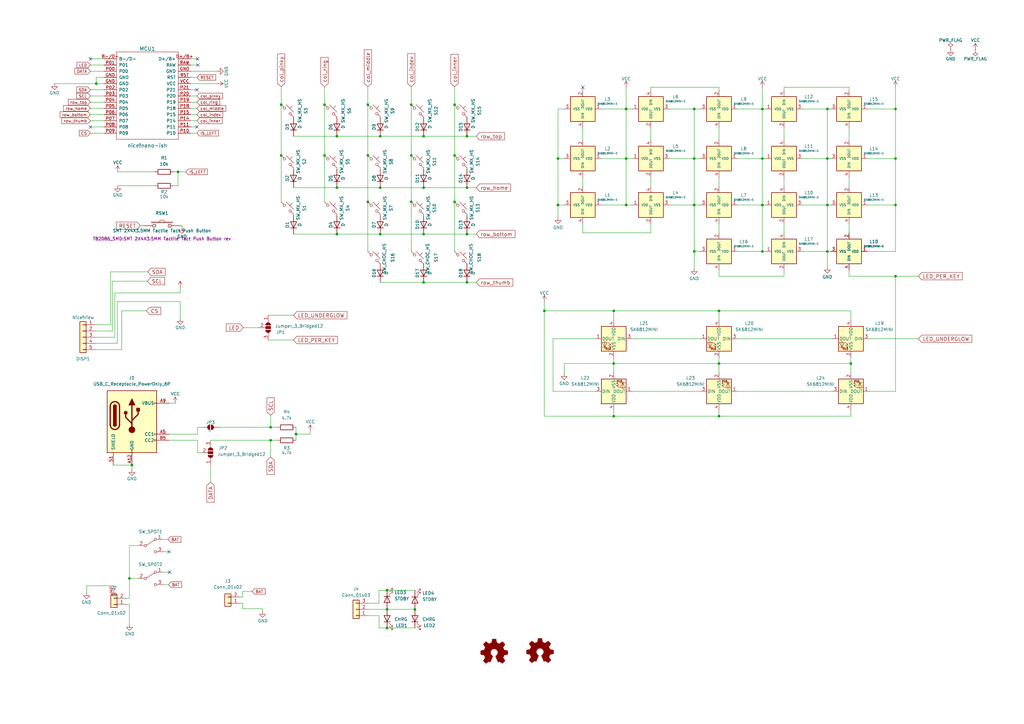
<source format=kicad_sch>
(kicad_sch (version 20231120) (generator "eeschema") (generator_version "8.0")
  (paper "A3")
  (title_block (title "uniCorne Cherry") (date "2023-07-20") (rev "0.9") (company "Thunderbird2086"))
  (junction (at 138.176 55.88))
  (junction (at 312.674 44.704))
  (junction (at 294.894 127.508))
  (junction (at 173.736 55.88))
  (junction (at 173.736 115.824))
  (junction (at 168.656 82.804))
  (junction (at 158.75 257.556))
  (junction (at 115.316 63.754))
  (junction (at 186.436 63.754))
  (junction (at 339.344 65.024))
  (junction (at 170.18 249.936))
  (junction (at 54.102 190.754))
  (junction (at 251.714 149.098))
  (junction (at 284.734 103.124))
  (junction (at 191.516 76.962))
  (junction (at 150.876 42.926))
  (junction (at 339.344 44.704))
  (junction (at 138.176 96.012))
  (junction (at 155.956 96.012))
  (junction (at 367.284 113.284))
  (junction (at 173.736 96.012))
  (junction (at 186.436 82.804))
  (junction (at 121.412 178.054))
  (junction (at 150.876 63.754))
  (junction (at 312.674 103.124))
  (junction (at 168.656 42.926))
  (junction (at 173.736 76.962))
  (junction (at 110.998 175.26))
  (junction (at 150.876 82.804))
  (junction (at 367.284 65.024))
  (junction (at 256.794 65.024))
  (junction (at 294.894 149.098))
  (junction (at 339.344 103.124))
  (junction (at 312.674 84.074))
  (junction (at 223.266 127.508))
  (junction (at 251.714 127.508))
  (junction (at 138.176 76.962))
  (junction (at 251.714 170.688))
  (junction (at 312.674 65.024))
  (junction (at 110.998 180.594))
  (junction (at 158.75 249.936))
  (junction (at 228.854 84.074))
  (junction (at 284.734 44.704))
  (junction (at 186.436 42.926))
  (junction (at 155.956 55.88))
  (junction (at 228.854 65.024))
  (junction (at 133.096 63.754))
  (junction (at 191.516 55.88))
  (junction (at 73.025 70.485))
  (junction (at 256.794 84.074))
  (junction (at 133.096 42.926))
  (junction (at 191.516 115.824))
  (junction (at 53.086 237.236))
  (junction (at 339.344 84.074))
  (junction (at 158.75 242.062))
  (junction (at 284.734 65.024))
  (junction (at 367.284 84.074))
  (junction (at 155.956 76.962))
  (junction (at 284.734 84.074))
  (junction (at 191.516 96.012))
  (junction (at 168.656 63.754))
  (junction (at 39.497 34.29))
  (junction (at 115.316 42.926))
  (junction (at 348.996 149.098))
  (junction (at 367.284 44.704))
  (junction (at 294.894 170.688))
  (junction (at 256.794 44.704))
  (no_connect (at 239.014 35.814))
  (no_connect (at 37.084 24.13))
  (no_connect (at 69.342 226.314))
  (no_connect (at 37.084 52.07))
  (no_connect (at 81.026 24.13))
  (no_connect (at 81.153 26.67))
  (no_connect (at 69.596 234.696))
  (no_connect (at 80.772 36.83))
  (no_connect (at 80.772 52.07))
  (wire (pts (xy 133.096 42.926) (xy 133.096 63.754)))
  (wire (pts (xy 312.674 35.814) (xy 312.674 44.704)))
  (wire (pts (xy 321.564 91.694) (xy 321.564 95.504)))
  (wire (pts (xy 339.344 44.704) (xy 340.614 44.704)))
  (wire (pts (xy 37.084 54.61) (xy 42.672 54.61)))
  (wire (pts (xy 348.234 110.744) (xy 348.234 113.284)))
  (wire (pts (xy 223.266 127.508) (xy 223.266 170.688)))
  (wire (pts (xy 46.482 190.754) (xy 54.102 190.754)))
  (wire (pts (xy 329.184 84.074) (xy 339.344 84.074)))
  (wire (pts (xy 37.084 44.45) (xy 42.672 44.45)))
  (wire (pts (xy 74.676 92.583) (xy 74.041 92.583)))
  (wire (pts (xy 266.954 35.814) (xy 294.894 35.814)))
  (wire (pts (xy 74.676 93.218) (xy 74.676 92.583)))
  (wire (pts (xy 259.334 138.938) (xy 287.274 138.938)))
  (wire (pts (xy 348.234 72.644) (xy 348.234 76.454)))
  (wire (pts (xy 251.714 149.098) (xy 294.894 149.098)))
  (wire (pts (xy 53.086 247.904) (xy 51.816 247.904)))
  (wire (pts (xy 294.894 72.644) (xy 294.894 76.454)))
  (wire (pts (xy 78.232 34.29) (xy 89.027 34.29)))
  (wire (pts (xy 49.911 127.508) (xy 60.071 127.508)))
  (wire (pts (xy 294.894 170.688) (xy 294.894 168.148)))
  (wire (pts (xy 46.101 115.316) (xy 60.452 115.316)))
  (wire (pts (xy 339.344 65.024) (xy 340.614 65.024)))
  (wire (pts (xy 191.516 48.006) (xy 191.516 48.26)))
  (wire (pts (xy 53.086 245.364) (xy 53.086 237.236)))
  (wire (pts (xy 115.316 42.926) (xy 115.316 63.754)))
  (wire (pts (xy 294.894 57.404) (xy 294.894 52.324)))
  (wire (pts (xy 47.117 138.303) (xy 39.116 138.303)))
  (wire (pts (xy 256.794 44.704) (xy 256.794 65.024)))
  (wire (pts (xy 90.17 175.26) (xy 110.998 175.26)))
  (wire (pts (xy 355.854 65.024) (xy 367.284 65.024)))
  (wire (pts (xy 45.339 111.506) (xy 60.579 111.506)))
  (wire (pts (xy 355.854 103.124) (xy 367.284 103.124)))
  (wire (pts (xy 239.014 95.504) (xy 239.014 91.694)))
  (wire (pts (xy 86.36 190.754) (xy 86.36 197.739)))
  (wire (pts (xy 37.084 29.21) (xy 42.672 29.21)))
  (wire (pts (xy 168.656 35.56) (xy 168.656 42.926)))
  (wire (pts (xy 138.176 76.962) (xy 155.956 76.962)))
  (wire (pts (xy 339.344 103.124) (xy 340.614 103.124)))
  (wire (pts (xy 138.176 68.834) (xy 138.176 69.342)))
  (wire (pts (xy 49.911 127.508) (xy 49.911 143.383)))
  (wire (pts (xy 348.234 35.814) (xy 348.234 37.084)))
  (wire (pts (xy 294.894 149.098) (xy 294.894 146.558)))
  (wire (pts (xy 107.696 249.682) (xy 107.696 250.698)))
  (wire (pts (xy 47.117 138.303) (xy 47.117 120.142)))
  (wire (pts (xy 78.232 41.91) (xy 80.772 41.91)))
  (wire (pts (xy 348.996 127.508) (xy 348.996 131.318)))
  (wire (pts (xy 151.13 249.936) (xy 158.75 249.936)))
  (wire (pts (xy 78.232 29.21) (xy 89.027 29.21)))
  (wire (pts (xy 312.674 65.024) (xy 312.674 84.074)))
  (wire (pts (xy 168.656 42.926) (xy 168.656 63.754)))
  (wire (pts (xy 39.497 31.75) (xy 39.497 34.29)))
  (wire (pts (xy 239.014 57.404) (xy 239.014 52.324)))
  (wire (pts (xy 155.956 68.834) (xy 155.956 69.342)))
  (wire (pts (xy 81.026 175.26) (xy 81.026 178.054)))
  (wire (pts (xy 228.854 65.024) (xy 228.854 84.074)))
  (wire (pts (xy 86.36 180.594) (xy 110.998 180.594)))
  (wire (pts (xy 246.634 65.024) (xy 256.794 65.024)))
  (wire (pts (xy 339.344 84.074) (xy 339.344 103.124)))
  (wire (pts (xy 37.084 41.91) (xy 42.672 41.91)))
  (wire (pts (xy 284.734 84.074) (xy 287.274 84.074)))
  (wire (pts (xy 138.176 48.006) (xy 138.176 48.26)))
  (wire (pts (xy 78.232 39.37) (xy 80.772 39.37)))
  (wire (pts (xy 348.234 113.284) (xy 367.284 113.284)))
  (wire (pts (xy 321.564 72.644) (xy 321.564 76.454)))
  (wire (pts (xy 266.954 95.504) (xy 266.954 91.694)))
  (wire (pts (xy 170.18 242.062) (xy 158.75 242.062)))
  (wire (pts (xy 367.284 35.814) (xy 367.284 44.704)))
  (wire (pts (xy 151.13 252.476) (xy 155.448 252.476)))
  (wire (pts (xy 173.736 55.88) (xy 191.516 55.88)))
  (wire (pts (xy 251.714 149.098) (xy 251.714 146.558)))
  (wire (pts (xy 274.574 84.074) (xy 284.734 84.074)))
  (wire (pts (xy 48.133 140.843) (xy 39.116 140.843)))
  (wire (pts (xy 256.794 44.704) (xy 259.334 44.704)))
  (wire (pts (xy 42.672 26.67) (xy 37.084 26.67)))
  (wire (pts (xy 266.954 72.644) (xy 266.954 76.454)))
  (wire (pts (xy 69.342 226.314) (xy 66.802 226.314)))
  (wire (pts (xy 294.894 127.508) (xy 348.996 127.508)))
  (wire (pts (xy 42.672 52.07) (xy 37.084 52.07)))
  (wire (pts (xy 155.448 252.476) (xy 155.448 257.556)))
  (wire (pts (xy 367.284 160.528) (xy 356.616 160.528)))
  (wire (pts (xy 155.956 115.824) (xy 173.736 115.824)))
  (wire (pts (xy 259.334 84.074) (xy 256.794 84.074)))
  (wire (pts (xy 284.734 65.024) (xy 287.274 65.024)))
  (wire (pts (xy 158.75 249.936) (xy 158.75 249.682)))
  (wire (pts (xy 348.234 91.694) (xy 348.234 95.504)))
  (wire (pts (xy 42.672 39.37) (xy 37.084 39.37)))
  (wire (pts (xy 348.234 57.404) (xy 348.234 52.324)))
  (wire (pts (xy 294.894 113.284) (xy 321.564 113.284)))
  (wire (pts (xy 367.284 84.074) (xy 367.284 103.124)))
  (wire (pts (xy 239.014 35.814) (xy 239.014 37.084)))
  (wire (pts (xy 259.334 160.528) (xy 287.274 160.528)))
  (wire (pts (xy 35.56 240.284) (xy 35.56 243.078)))
  (wire (pts (xy 186.436 63.754) (xy 186.436 82.804)))
  (wire (pts (xy 294.894 149.098) (xy 294.894 152.908)))
  (wire (pts (xy 57.531 92.583) (xy 58.801 92.583)))
  (wire (pts (xy 150.876 35.56) (xy 150.876 42.926)))
  (wire (pts (xy 48.133 123.698) (xy 73.914 123.698)))
  (wire (pts (xy 356.616 138.938) (xy 376.682 138.938)))
  (wire (pts (xy 170.18 242.062) (xy 170.18 242.316)))
  (wire (pts (xy 53.086 223.774) (xy 53.086 237.236)))
  (wire (pts (xy 251.714 127.508) (xy 294.894 127.508)))
  (wire (pts (xy 81.026 175.26) (xy 82.55 175.26)))
  (wire (pts (xy 69.342 180.594) (xy 81.026 180.594)))
  (wire (pts (xy 150.876 82.804) (xy 150.876 103.124)))
  (wire (pts (xy 120.396 76.962) (xy 138.176 76.962)))
  (wire (pts (xy 115.316 35.56) (xy 115.316 42.926)))
  (wire (pts (xy 195.326 115.824) (xy 191.516 115.824)))
  (wire (pts (xy 158.75 257.556) (xy 170.18 257.556)))
  (wire (pts (xy 321.564 113.284) (xy 321.564 110.744)))
  (wire (pts (xy 239.014 72.644) (xy 239.014 76.454)))
  (wire (pts (xy 99.568 247.396) (xy 98.552 247.396)))
  (wire (pts (xy 81.026 180.594) (xy 81.026 185.674)))
  (wire (pts (xy 367.284 113.284) (xy 376.682 113.284)))
  (wire (pts (xy 228.854 84.074) (xy 228.854 89.154)))
  (wire (pts (xy 312.674 44.704) (xy 312.674 65.024)))
  (wire (pts (xy 155.448 242.062) (xy 158.75 242.062)))
  (wire (pts (xy 329.184 44.704) (xy 339.344 44.704)))
  (wire (pts (xy 150.876 63.754) (xy 150.876 82.804)))
  (wire (pts (xy 121.412 175.26) (xy 121.412 178.054)))
  (wire (pts (xy 231.394 149.098) (xy 251.714 149.098)))
  (wire (pts (xy 138.176 87.884) (xy 138.176 88.392)))
  (wire (pts (xy 251.714 127.508) (xy 251.714 131.318)))
  (wire (pts (xy 168.656 82.804) (xy 168.656 103.124)))
  (wire (pts (xy 284.734 44.704) (xy 284.734 65.024)))
  (wire (pts (xy 294.894 113.284) (xy 294.894 110.744)))
  (wire (pts (xy 73.025 70.485) (xy 76.2 70.485)))
  (wire (pts (xy 367.284 65.024) (xy 367.284 84.074)))
  (wire (pts (xy 120.396 55.88) (xy 138.176 55.88)))
  (wire (pts (xy 339.344 65.024) (xy 339.344 84.074)))
  (wire (pts (xy 168.656 63.754) (xy 168.656 82.804)))
  (wire (pts (xy 99.568 249.682) (xy 99.568 247.396)))
  (wire (pts (xy 186.436 42.926) (xy 186.436 63.754)))
  (wire (pts (xy 313.944 103.124) (xy 312.674 103.124)))
  (wire (pts (xy 302.514 44.704) (xy 312.674 44.704)))
  (wire (pts (xy 246.634 84.074) (xy 256.794 84.074)))
  (wire (pts (xy 284.734 103.124) (xy 284.734 110.109)))
  (wire (pts (xy 170.18 249.936) (xy 158.75 249.936)))
  (wire (pts (xy 39.497 34.29) (xy 42.672 34.29)))
  (wire (pts (xy 138.176 55.88) (xy 155.956 55.88)))
  (wire (pts (xy 78.232 36.83) (xy 80.772 36.83)))
  (wire (pts (xy 321.564 35.814) (xy 348.234 35.814)))
  (wire (pts (xy 37.084 36.83) (xy 42.672 36.83)))
  (wire (pts (xy 120.396 96.012) (xy 138.176 96.012)))
  (wire (pts (xy 37.084 49.53) (xy 42.672 49.53)))
  (wire (pts (xy 284.734 103.124) (xy 287.274 103.124)))
  (wire (pts (xy 228.854 44.704) (xy 231.394 44.704)))
  (wire (pts (xy 329.184 65.024) (xy 339.344 65.024)))
  (wire (pts (xy 312.674 65.024) (xy 313.944 65.024)))
  (wire (pts (xy 251.714 170.688) (xy 251.714 168.148)))
  (wire (pts (xy 53.086 223.774) (xy 56.642 223.774)))
  (wire (pts (xy 367.284 44.704) (xy 367.284 65.024)))
  (wire (pts (xy 81.026 178.054) (xy 69.342 178.054)))
  (wire (pts (xy 294.894 91.694) (xy 294.894 95.504)))
  (wire (pts (xy 312.674 44.704) (xy 313.944 44.704)))
  (wire (pts (xy 155.956 55.88) (xy 173.736 55.88)))
  (wire (pts (xy 256.794 35.814) (xy 256.794 44.704)))
  (wire (pts (xy 294.894 127.508) (xy 294.894 131.318)))
  (wire (pts (xy 155.448 247.396) (xy 155.448 242.062)))
  (wire (pts (xy 99.568 244.856) (xy 98.552 244.856)))
  (wire (pts (xy 173.736 76.962) (xy 191.516 76.962)))
  (wire (pts (xy 49.911 143.383) (xy 39.116 143.383)))
  (wire (pts (xy 339.344 103.124) (xy 339.344 109.474)))
  (wire (pts (xy 321.564 52.324) (xy 321.564 57.404)))
  (wire (pts (xy 223.266 170.688) (xy 251.714 170.688)))
  (wire (pts (xy 48.26 76.2) (xy 63.5 76.2)))
  (wire (pts (xy 53.086 237.236) (xy 56.642 237.236)))
  (wire (pts (xy 339.344 84.074) (xy 340.614 84.074)))
  (wire (pts (xy 223.266 127.508) (xy 251.714 127.508)))
  (wire (pts (xy 266.954 52.324) (xy 266.954 57.404)))
  (wire (pts (xy 121.412 178.054) (xy 121.412 180.594)))
  (wire (pts (xy 302.514 84.074) (xy 312.674 84.074)))
  (wire (pts (xy 150.876 42.926) (xy 150.876 63.754)))
  (wire (pts (xy 226.822 138.938) (xy 244.094 138.938)))
  (wire (pts (xy 53.086 247.904) (xy 53.086 256.032)))
  (wire (pts (xy 191.516 68.834) (xy 191.516 69.342)))
  (wire (pts (xy 294.894 170.688) (xy 348.996 170.688)))
  (wire (pts (xy 251.714 170.688) (xy 294.894 170.688)))
  (wire (pts (xy 37.084 24.13) (xy 42.672 24.13)))
  (wire (pts (xy 348.996 149.098) (xy 348.996 152.908)))
  (wire (pts (xy 329.184 103.124) (xy 339.344 103.124)))
  (wire (pts (xy 69.088 239.776) (xy 66.802 239.776)))
  (wire (pts (xy 53.086 245.364) (xy 51.816 245.364)))
  (wire (pts (xy 251.714 149.098) (xy 251.714 152.908)))
  (wire (pts (xy 78.232 49.53) (xy 80.772 49.53)))
  (wire (pts (xy 231.394 149.098) (xy 231.394 153.162)))
  (wire (pts (xy 138.176 96.012) (xy 155.956 96.012)))
  (wire (pts (xy 109.982 139.446) (xy 120.396 139.446)))
  (wire (pts (xy 155.956 48.006) (xy 155.956 48.26)))
  (wire (pts (xy 284.734 65.024) (xy 284.734 84.074)))
  (wire (pts (xy 78.232 31.75) (xy 80.772 31.75)))
  (wire (pts (xy 228.854 44.704) (xy 228.854 65.024)))
  (wire (pts (xy 39.116 133.223) (xy 45.339 133.223)))
  (wire (pts (xy 54.102 190.754) (xy 54.102 192.532)))
  (wire (pts (xy 256.794 65.024) (xy 259.334 65.024)))
  (wire (pts (xy 266.954 35.814) (xy 266.954 37.084)))
  (wire (pts (xy 110.998 170.307) (xy 110.998 175.26)))
  (wire (pts (xy 110.998 180.594) (xy 110.998 187.452)))
  (wire (pts (xy 99.568 242.57) (xy 99.568 244.856)))
  (wire (pts (xy 78.232 46.99) (xy 80.772 46.99)))
  (wire (pts (xy 321.564 35.814) (xy 321.564 37.084)))
  (wire (pts (xy 302.514 65.024) (xy 312.674 65.024)))
  (wire (pts (xy 294.894 149.098) (xy 348.996 149.098)))
  (wire (pts (xy 155.956 76.962) (xy 173.736 76.962)))
  (wire (pts (xy 107.696 249.682) (xy 99.568 249.682)))
  (wire (pts (xy 284.734 84.074) (xy 284.734 103.124)))
  (wire (pts (xy 121.412 178.054) (xy 127.254 178.054)))
  (wire (pts (xy 47.117 120.142) (xy 73.914 120.142)))
  (wire (pts (xy 69.342 165.354) (xy 71.882 165.354)))
  (wire (pts (xy 228.854 84.074) (xy 231.394 84.074)))
  (wire (pts (xy 173.736 87.884) (xy 173.736 88.392)))
  (wire (pts (xy 81.026 24.13) (xy 78.232 24.13)))
  (wire (pts (xy 228.854 65.024) (xy 231.394 65.024)))
  (wire (pts (xy 355.854 84.074) (xy 367.284 84.074)))
  (wire (pts (xy 99.822 134.366) (xy 106.172 134.366)))
  (wire (pts (xy 274.574 65.024) (xy 284.734 65.024)))
  (wire (pts (xy 191.516 96.012) (xy 195.326 96.012)))
  (wire (pts (xy 246.634 44.704) (xy 256.794 44.704)))
  (wire (pts (xy 223.266 123.698) (xy 223.266 127.508)))
  (wire (pts (xy 173.736 115.824) (xy 191.516 115.824)))
  (wire (pts (xy 120.396 68.834) (xy 120.396 69.342)))
  (wire (pts (xy 355.854 44.704) (xy 367.284 44.704)))
  (wire (pts (xy 39.116 135.763) (xy 46.101 135.763)))
  (wire (pts (xy 46.736 240.284) (xy 35.56 240.284)))
  (wire (pts (xy 191.516 55.88) (xy 195.326 55.88)))
  (wire (pts (xy 110.998 175.26) (xy 113.792 175.26)))
  (wire (pts (xy 39.497 31.75) (xy 42.672 31.75)))
  (wire (pts (xy 294.894 35.814) (xy 294.894 37.084)))
  (wire (pts (xy 37.084 46.99) (xy 42.672 46.99)))
  (wire (pts (xy 173.736 48.006) (xy 173.736 48.26)))
  (wire (pts (xy 46.101 135.763) (xy 46.101 115.316)))
  (wire (pts (xy 302.514 138.938) (xy 341.376 138.938)))
  (wire (pts (xy 133.096 35.56) (xy 133.096 42.926)))
  (wire (pts (xy 48.26 70.485) (xy 63.5 70.485)))
  (wire (pts (xy 71.12 76.2) (xy 73.025 76.2)))
  (wire (pts (xy 127.254 178.054) (xy 127.254 176.784)))
  (wire (pts (xy 256.794 65.024) (xy 256.794 84.074)))
  (wire (pts (xy 81.026 185.674) (xy 82.55 185.674)))
  (wire (pts (xy 367.284 113.284) (xy 367.284 160.528)))
  (wire (pts (xy 103.378 242.57) (xy 99.568 242.57)))
  (wire (pts (xy 226.822 138.938) (xy 226.822 160.528)))
  (wire (pts (xy 186.436 82.804) (xy 186.436 103.124)))
  (wire (pts (xy 66.802 221.234) (xy 68.834 221.234)))
  (wire (pts (xy 66.802 234.696) (xy 69.596 234.696)))
  (wire (pts (xy 191.516 76.962) (xy 195.326 76.962)))
  (wire (pts (xy 155.956 96.012) (xy 173.736 96.012)))
  (wire (pts (xy 78.232 52.07) (xy 80.772 52.07)))
  (wire (pts (xy 115.316 63.754) (xy 115.316 82.804)))
  (wire (pts (xy 302.514 160.528) (xy 341.376 160.528)))
  (wire (pts (xy 155.448 257.556) (xy 158.75 257.556)))
  (wire (pts (xy 71.12 70.485) (xy 73.025 70.485)))
  (wire (pts (xy 110.998 180.594) (xy 113.792 180.594)))
  (wire (pts (xy 348.996 146.558) (xy 348.996 149.098)))
  (wire (pts (xy 133.096 63.754) (xy 133.096 82.804)))
  (wire (pts (xy 120.396 87.884) (xy 120.396 88.392)))
  (wire (pts (xy 173.736 96.012) (xy 191.516 96.012)))
  (wire (pts (xy 73.025 70.485) (xy 73.025 76.2)))
  (wire (pts (xy 155.956 87.884) (xy 155.956 88.392)))
  (wire (pts (xy 339.344 44.704) (xy 339.344 65.024)))
  (wire (pts (xy 313.944 84.074) (xy 312.674 84.074)))
  (wire (pts (xy 73.914 117.856) (xy 73.914 120.142)))
  (wire (pts (xy 78.232 54.61) (xy 80.772 54.61)))
  (wire (pts (xy 348.996 168.148) (xy 348.996 170.688)))
  (wire (pts (xy 284.734 44.704) (xy 287.274 44.704)))
  (wire (pts (xy 78.232 44.45) (xy 80.772 44.45)))
  (wire (pts (xy 120.396 129.286) (xy 109.982 129.286)))
  (wire (pts (xy 226.822 160.528) (xy 244.094 160.528)))
  (wire (pts (xy 239.014 95.504) (xy 266.954 95.504)))
  (wire (pts (xy 120.396 48.006) (xy 120.396 48.26)))
  (wire (pts (xy 22.352 34.29) (xy 39.497 34.29)))
  (wire (pts (xy 191.516 87.884) (xy 191.516 88.392)))
  (wire (pts (xy 312.674 84.074) (xy 312.674 103.124)))
  (wire (pts (xy 45.339 133.223) (xy 45.339 111.506)))
  (wire (pts (xy 48.133 123.698) (xy 48.133 140.843)))
  (wire (pts (xy 73.914 123.698) (xy 73.914 130.556)))
  (wire (pts (xy 151.13 247.396) (xy 155.448 247.396)))
  (wire (pts (xy 186.436 35.56) (xy 186.436 42.926)))
  (wire (pts (xy 302.514 103.124) (xy 312.674 103.124)))
  (wire (pts (xy 78.232 26.67) (xy 81.153 26.67)))
  (wire (pts (xy 274.574 44.704) (xy 284.734 44.704)))
  (wire (pts (xy 173.736 68.834) (xy 173.736 69.342)))
  (global_label "col_pinky" (shape input) (at 115.316 35.56 90) (effects (font (size 1.524 1.524))) (property "Intersheetrefs" "${INTERSHEET_REFS}" (effects (hide yes))))
  (global_label "col_inner" (shape input) (at 186.436 35.56 90) (effects (font (size 1.524 1.524))) (property "Intersheetrefs" "${INTERSHEET_REFS}" (effects (hide yes))))
  (global_label "RESET" (shape input) (at 57.531 92.583 180) (effects (font (size 1.524 1.524))) (property "Intersheetrefs" "${INTERSHEET_REFS}" (effects (hide yes))))
  (global_label "IS_LEFT" (shape input) (at 80.772 54.61 0) (effects (font (size 1.1938 1.1938))) (property "Intersheetrefs" "${INTERSHEET_REFS}" (effects (hide yes))))
  (global_label "col_ring" (shape input) (at 133.096 35.56 90) (effects (font (size 1.524 1.524))) (property "Intersheetrefs" "${INTERSHEET_REFS}" (effects (hide yes))))
  (global_label "SCL" (shape input) (at 37.084 39.37 180) (effects (font (size 1.1938 1.1938))) (property "Intersheetrefs" "${INTERSHEET_REFS}" (effects (hide yes))))
  (global_label "SDA" (shape input) (at 110.998 187.452 270) (effects (font (size 1.524 1.524))) (property "Intersheetrefs" "${INTERSHEET_REFS}" (effects (hide yes))))
  (global_label "row_home" (shape input) (at 37.084 44.45 180) (effects (font (size 1.1938 1.1938))) (property "Intersheetrefs" "${INTERSHEET_REFS}" (effects (hide yes))))
  (global_label "row_home" (shape input) (at 195.326 76.962 0) (effects (font (size 1.524 1.524))) (property "Intersheetrefs" "${INTERSHEET_REFS}" (effects (hide yes))))
  (global_label "row_bottom" (shape input) (at 195.326 96.012 0) (effects (font (size 1.524 1.524))) (property "Intersheetrefs" "${INTERSHEET_REFS}" (effects (hide yes))))
  (global_label "IS_LEFT" (shape input) (at 76.2 70.485 0) (effects (font (size 1.1938 1.1938))) (property "Intersheetrefs" "${INTERSHEET_REFS}" (effects (hide yes))))
  (global_label "col_middle" (shape input) (at 150.876 35.56 90) (effects (font (size 1.524 1.524))) (property "Intersheetrefs" "${INTERSHEET_REFS}" (effects (hide yes))))
  (global_label "LED_PER_KEY" (shape input) (at 376.682 113.284 0) (effects (font (size 1.524 1.524))) (property "Intersheetrefs" "${INTERSHEET_REFS}" (effects (hide yes))))
  (global_label "LED" (shape input) (at 37.084 26.67 180) (effects (font (size 1.1938 1.1938))) (property "Intersheetrefs" "${INTERSHEET_REFS}" (effects (hide yes))))
  (global_label "LED_UNDERGLOW" (shape input) (at 376.682 138.938 0) (effects (font (size 1.524 1.524))) (property "Intersheetrefs" "${INTERSHEET_REFS}" (effects (hide yes))))
  (global_label "row_thumb" (shape input) (at 195.326 115.824 0) (effects (font (size 1.524 1.524))) (property "Intersheetrefs" "${INTERSHEET_REFS}" (effects (hide yes))))
  (global_label "col_index" (shape input) (at 80.772 46.99 0) (effects (font (size 1.1938 1.1938))) (property "Intersheetrefs" "${INTERSHEET_REFS}" (effects (hide yes))))
  (global_label "BAT" (shape input) (at 69.088 239.776 0) (effects (font (size 1.1938 1.1938))) (property "Intersheetrefs" "${INTERSHEET_REFS}" (effects (hide yes))))
  (global_label "CS" (shape input) (at 37.084 54.61 180) (effects (font (size 1.1938 1.1938))) (property "Intersheetrefs" "${INTERSHEET_REFS}" (effects (hide yes))))
  (global_label "RESET" (shape input) (at 80.772 31.75 0) (effects (font (size 1.1938 1.1938))) (property "Intersheetrefs" "${INTERSHEET_REFS}" (effects (hide yes))))
  (global_label "LED_UNDERGLOW" (shape input) (at 120.396 129.286 0) (effects (font (size 1.524 1.524))) (property "Intersheetrefs" "${INTERSHEET_REFS}" (effects (hide yes))))
  (global_label "row_thumb" (shape input) (at 37.084 49.53 180) (effects (font (size 1.1938 1.1938))) (property "Intersheetrefs" "${INTERSHEET_REFS}" (effects (hide yes))))
  (global_label "col_index" (shape input) (at 168.656 35.56 90) (effects (font (size 1.524 1.524))) (property "Intersheetrefs" "${INTERSHEET_REFS}" (effects (hide yes))))
  (global_label "col_middle" (shape input) (at 80.772 44.45 0) (effects (font (size 1.1938 1.1938))) (property "Intersheetrefs" "${INTERSHEET_REFS}" (effects (hide yes))))
  (global_label "SCL" (shape input) (at 60.452 115.316 0) (effects (font (size 1.524 1.524))) (property "Intersheetrefs" "${INTERSHEET_REFS}" (effects (hide yes))))
  (global_label "row_top" (shape input) (at 195.326 55.88 0) (effects (font (size 1.524 1.524))) (property "Intersheetrefs" "${INTERSHEET_REFS}" (effects (hide yes))))
  (global_label "SCL" (shape input) (at 110.998 170.307 90) (effects (font (size 1.524 1.524))) (property "Intersheetrefs" "${INTERSHEET_REFS}" (effects (hide yes))))
  (global_label "BAT" (shape input) (at 103.378 242.57 0) (effects (font (size 1.1938 1.1938))) (property "Intersheetrefs" "${INTERSHEET_REFS}" (effects (hide yes))))
  (global_label "SDA" (shape input) (at 37.084 36.83 180) (effects (font (size 1.1938 1.1938))) (property "Intersheetrefs" "${INTERSHEET_REFS}" (effects (hide yes))))
  (global_label "LED_PER_KEY" (shape input) (at 120.396 139.446 0) (effects (font (size 1.524 1.524))) (property "Intersheetrefs" "${INTERSHEET_REFS}" (effects (hide yes))))
  (global_label "col_pinky" (shape input) (at 80.772 39.37 0) (effects (font (size 1.1938 1.1938))) (property "Intersheetrefs" "${INTERSHEET_REFS}" (effects (hide yes))))
  (global_label "DATA" (shape input) (at 86.36 197.739 270) (effects (font (size 1.524 1.524))) (property "Intersheetrefs" "${INTERSHEET_REFS}" (effects (hide yes))))
  (global_label "SDA" (shape input) (at 60.579 111.506 0) (effects (font (size 1.524 1.524))) (property "Intersheetrefs" "${INTERSHEET_REFS}" (effects (hide yes))))
  (global_label "DATA" (shape input) (at 37.084 29.21 180) (effects (font (size 1.1938 1.1938))) (property "Intersheetrefs" "${INTERSHEET_REFS}" (effects (hide yes))))
  (global_label "LED" (shape input) (at 99.822 134.366 180) (effects (font (size 1.524 1.524))) (property "Intersheetrefs" "${INTERSHEET_REFS}" (effects (hide yes))))
  (global_label "col_ring" (shape input) (at 80.772 41.91 0) (effects (font (size 1.1938 1.1938))) (property "Intersheetrefs" "${INTERSHEET_REFS}" (effects (hide yes))))
  (global_label "col_inner" (shape input) (at 80.772 49.53 0) (effects (font (size 1.1938 1.1938))) (property "Intersheetrefs" "${INTERSHEET_REFS}" (effects (hide yes))))
  (global_label "row_bottom" (shape input) (at 37.084 46.99 180) (effects (font (size 1.1938 1.1938))) (property "Intersheetrefs" "${INTERSHEET_REFS}" (effects (hide yes))))
  (global_label "CS" (shape input) (at 60.071 127.508 0) (effects (font (size 1.524 1.524))) (property "Intersheetrefs" "${INTERSHEET_REFS}" (effects (hide yes))))
  (global_label "row_top" (shape input) (at 37.084 41.91 180) (effects (font (size 1.1938 1.1938))) (property "Intersheetrefs" "${INTERSHEET_REFS}" (effects (hide yes))))
  (global_label "BAT" (shape input) (at 68.834 221.234 0) (effects (font (size 1.1938 1.1938))) (property "Intersheetrefs" "${INTERSHEET_REFS}" (effects (hide yes))))
  (symbol (lib_id "TB2086_LED:SK6812MINI-E") (at 321.564 103.124 90) (mirror x) (unit 1)
    (property "Reference" "L17" (at 331.724 98.0754 90))
    (property "Value" "SK6812MINI-E" (at 331.724 99.9805 90) (effects (font (size 0.7366 0.7366))))
    (property "Footprint" "TB2086_LED:LED_SK6812MINI-E_rev" (effects (hide yes)))
    (property "Datasheet" "https://cdn-shop.adafruit.com/product-files/2686/SK6812MINI_REV.01-1-2.pdf" (effects (hide yes)))
  )
  (symbol (lib_id "TB2086_LED:SK6812MINI") (at 251.714 138.938 0) (mirror y) (unit 1)
    (property "Reference" "L21" (at 264.16 132.6194 0))
    (property "Value" "SK6812MINI" (at 264.16 135.1594 0))
    (property "Footprint" "TB2086_LED:LED_SK6812MINI_PLCC4_3.5x3.5mm_P1.75mm_rev_all" (effects (hide yes)))
    (property "Datasheet" "https://cdn-shop.adafruit.com/product-files/2686/SK6812MINI_REV.01-1-2.pdf" (effects (hide yes)))
  )
  (symbol (lib_id "Device:D") (at 155.956 112.014 90) (unit 1)
    (property "Reference" "D16" (at 153.416 112.014 0))
    (property "Value" "D" (at 158.496 112.014 0))
    (property "Footprint" "TB2086_SMD:D3_SMD_rev" (effects (hide yes)))
    (property "Sim.Device" "D" (effects (hide yes)))
    (property "Sim.Pins" "1=K 2=A" (effects (hide yes)))
  )
  (symbol (lib_id "Device:D") (at 173.736 52.07 90) (unit 1)
    (property "Reference" "D12" (at 171.196 52.07 0))
    (property "Value" "D" (at 176.276 52.07 0))
    (property "Footprint" "TB2086_SMD:D3_SMD_rev" (effects (hide yes)))
    (property "Sim.Device" "D" (effects (hide yes)))
    (property "Sim.Pins" "1=K 2=A" (effects (hide yes)))
  )
  (symbol (lib_id "power:GND") (at 35.56 243.078 0) (unit 1)
    (property "Reference" "#PWR02" (effects (hide yes)))
    (property "Value" "GND" (at 35.433 247.015 0))
  )
  (symbol (lib_id "Switch:SW_SPDT") (at 61.722 237.236 0) (unit 1)
    (property "Reference" "SW_SPDT2" (effects (hide yes)))
    (property "Value" "SW_SPDT2" (at 61.722 231.521 0))
    (property "Footprint" "TB2086_SMD:SW_SPDT_PCM12" (effects (hide yes)))
  )
  (symbol (lib_id "Device:D") (at 120.396 52.07 90) (unit 1)
    (property "Reference" "D3" (at 117.856 52.07 0))
    (property "Value" "D" (at 122.936 52.07 0))
    (property "Footprint" "TB2086_SMD:D3_SMD_rev" (effects (hide yes)))
    (property "Sim.Device" "D" (effects (hide yes)))
    (property "Sim.Pins" "1=K 2=A" (effects (hide yes)))
  )
  (symbol (lib_id "TB2086_KEYSWITCH:SW_CHOC_HS") (at 153.416 105.664 270) (mirror x) (unit 1)
    (property "Reference" "S16" (at 161.036 105.664 0))
    (property "Value" "SW_CHOC_HS" (at 157.607 106.045 0))
    (property "Footprint" "TB2086_KEYSWITCH:SW_choc_v1_v2_HS_1u_reversible" (effects (hide yes)))
    (property "Description" "Push button switch, normally open, two pins, 45° tilted" (effects (hide yes)))
  )
  (symbol (lib_id "power:VCC") (at 73.914 117.856 0) (mirror y) (unit 1)
    (property "Reference" "#PWR08" (effects (hide yes)))
    (property "Value" "VCC" (effects (hide yes)))
  )
  (symbol (lib_id "power:GND") (at 54.102 192.532 0) (unit 1)
    (property "Reference" "#PWR011" (effects (hide yes)))
    (property "Value" "GND" (at 54.102 196.342 0))
  )
  (symbol (lib_id "Device:R") (at 117.602 175.26 90) (unit 1)
    (property "Reference" "R4" (at 117.602 168.91 90))
    (property "Value" "4.7k" (at 117.602 171.45 90))
    (property "Footprint" "TB2086_SMD:R_0805_2012Metric_Pad1.20x1.40mm_HandSolder_rev" (effects (hide yes)))
  )
  (symbol (lib_id "Device:D") (at 191.516 52.07 90) (unit 1)
    (property "Reference" "D15" (at 188.976 52.07 0))
    (property "Value" "D" (at 194.056 52.07 0))
    (property "Footprint" "TB2086_SMD:D3_SMD_rev" (effects (hide yes)))
    (property "Sim.Device" "D" (effects (hide yes)))
    (property "Sim.Pins" "1=K 2=A" (effects (hide yes)))
  )
  (symbol (lib_id "Connector_Generic:Conn_01x03") (at 146.05 249.936 180) (unit 1)
    (property "Reference" "J4" (at 146.05 241.554 0))
    (property "Value" "Conn_01x03" (at 146.05 244.094 0))
    (property "Footprint" "TB2086_MISC:Pogopin_1x03_P2.54mm" (effects (hide yes)))
    (property "Description" "Generic connector, single row, 01x03, script generated (kicad-library-utils/schlib/autogen/connector/)" (effects (hide yes)))
  )
  (symbol (lib_id "TB2086_LED:SK6812MINI-E") (at 321.564 84.074 90) (mirror x) (unit 1)
    (property "Reference" "L10" (at 331.724 79.0254 90))
    (property "Value" "SK6812MINI-E" (at 331.724 80.9305 90) (effects (font (size 0.7366 0.7366))))
    (property "Footprint" "TB2086_LED:LED_SK6812MINI-E_rev" (effects (hide yes)))
    (property "Datasheet" "https://cdn-shop.adafruit.com/product-files/2686/SK6812MINI_REV.01-1-2.pdf" (effects (hide yes)))
  )
  (symbol (lib_id "power:VCC") (at 312.674 35.814 0) (unit 1)
    (property "Reference" "#PWR020" (effects (hide yes)))
    (property "Value" "VCC" (at 312.674 32.3121 0))
  )
  (symbol (lib_id "Jumper:SolderJumper_2_Open") (at 86.36 175.26 0) (mirror y) (unit 1) (exclude_from_sim yes) (in_bom no)
    (property "Reference" "JP3" (at 86.36 173.228 0))
    (property "Value" "~" (at 86.106 176.784 0))
    (property "Footprint" "TB2086_MISC:SolderJumper-2_P1.3mm_Open_TrianglePad1.0x1.2mm_rev" (effects (hide yes)))
    (property "Description" "Solder Jumper, 2-pole, open" (effects (hide yes)))
  )
  (symbol (lib_id "TB2086_KEYSWITCH:SW_MX_HS") (at 135.636 45.466 270) (mirror x) (unit 1)
    (property "Reference" "S6" (at 143.256 45.466 0))
    (property "Value" "SW_MX_HS" (at 140.716 45.466 0))
    (property "Footprint" "TB2086_KEYSWITCH:SW_MX_HS_1u_reversible" (effects (hide yes)))
  )
  (symbol (lib_id "TB2086_SMD:SMT 2X4X3.5MM Tactile Tact Push Button") (at 66.421 92.583 0) (mirror y) (unit 1)
    (property "Reference" "RSW1" (at 66.421 87.4141 0))
    (property "Value" "SMT 2X4X3.5MM Tactile Tact Push Button" (at 66.421 94.615 0))
    (property "Footprint" "TB2086_SMD:SMT 2X4X3.5MM Tactile Tact Push Button rev" (at 66.3956 97.917 0))
  )
  (symbol (lib_id "Graphic:Logo_Open_Hardware_Small") (at 221.488 267.462 0) (unit 1) (exclude_from_sim yes) (in_bom no) (on_board no)
    (property "Reference" "LOGO2" (effects (hide yes)))
    (property "Value" "Logo_Open_Hardware_Small" (effects (hide yes)))
    (property "Footprint" "TB2086_MISC:OSHW-Logo_5.7x6mm_SilkScreen_rev" (effects (hide yes)))
    (property "Description" "Open Hardware logo, small" (effects (hide yes)))
  )
  (symbol (lib_id "TB2086_KEYSWITCH:SW_MX_HS") (at 171.196 85.344 270) (mirror x) (unit 1)
    (property "Reference" "S10" (at 178.181 85.344 0))
    (property "Value" "SW_MX_HS" (at 175.641 85.344 0))
    (property "Footprint" "TB2086_KEYSWITCH:SW_MX_HS_1u_reversible" (effects (hide yes)))
  )
  (symbol (lib_id "power:VCC") (at 127.254 176.784 0) (unit 1)
    (property "Reference" "#PWR016" (effects (hide yes)))
    (property "Value" "VCC" (at 127.254 172.974 0))
  )
  (symbol (lib_id "power:PWR_FLAG") (at 400.05 20.32 180) (unit 1)
    (property "Reference" "#FLG02" (effects (hide yes)))
    (property "Value" "PWR_FLAG" (at 400.05 24.13 0))
  )
  (symbol (lib_id "power:GND") (at 53.086 256.032 0) (mirror y) (unit 1)
    (property "Reference" "#PWR07" (effects (hide yes)))
    (property "Value" "GND" (at 53.213 259.969 0))
  )
  (symbol (lib_id "Device:D") (at 155.956 92.202 90) (unit 1)
    (property "Reference" "D7" (at 153.416 92.202 0))
    (property "Value" "D" (at 158.496 92.202 0))
    (property "Footprint" "TB2086_SMD:D3_SMD_rev" (effects (hide yes)))
    (property "Sim.Device" "D" (effects (hide yes)))
    (property "Sim.Pins" "1=K 2=A" (effects (hide yes)))
  )
  (symbol (lib_id "TB2086_MISC:nice!nano-ish") (at 60.452 45.72 0) (unit 1)
    (property "Reference" "MCU1" (at 60.452 20.0152 0) (effects (font (size 1.524 1.524))))
    (property "Value" "nice!nano-ish" (at 60.452 59.69 0) (effects (font (size 1.524 1.524))))
    (property "Footprint" "TB2086_MISC:ProMicro-dn-rev-unrouted" (effects (hide yes)))
  )
  (symbol (lib_id "Device:D") (at 173.736 92.202 90) (unit 1)
    (property "Reference" "D10" (at 171.196 92.202 0))
    (property "Value" "D" (at 176.276 92.202 0))
    (property "Footprint" "TB2086_SMD:D3_SMD_rev" (effects (hide yes)))
    (property "Sim.Device" "D" (effects (hide yes)))
    (property "Sim.Pins" "1=K 2=A" (effects (hide yes)))
  )
  (symbol (lib_id "Device:R") (at 67.31 76.2 270) (mirror x) (unit 1)
    (property "Reference" "R2" (at 67.31 78.724 90))
    (property "Value" "10k" (at 67.31 80.645 90))
    (property "Footprint" "Resistor_SMD:R_0805_2012Metric_Pad1.20x1.40mm_HandSolder" (effects (hide yes)))
  )
  (symbol (lib_id "TB2086_KEYSWITCH:SW_MX_HS") (at 153.416 45.466 270) (mirror x) (unit 1)
    (property "Reference" "S9" (at 161.036 45.466 0))
    (property "Value" "SW_MX_HS" (at 158.496 45.466 0))
    (property "Footprint" "TB2086_KEYSWITCH:SW_MX_HS_1u_reversible" (effects (hide yes)))
  )
  (symbol (lib_id "TB2086_KEYSWITCH:SW_MX_HS") (at 135.636 66.294 270) (mirror x) (unit 1)
    (property "Reference" "S5" (at 142.621 66.294 0))
    (property "Value" "SW_MX_HS" (at 140.081 66.294 0))
    (property "Footprint" "TB2086_KEYSWITCH:SW_MX_HS_1u_reversible" (effects (hide yes)))
  )
  (symbol (lib_id "Device:LED") (at 170.18 246.126 90) (mirror x) (unit 1)
    (property "Reference" "LED4" (at 173.228 243.2684 90) (effects (justify right)))
    (property "Value" "STDBY" (at 173.228 245.8084 90) (effects (justify right)))
    (property "Footprint" "TB2086_LED:LED_0603_1608Metric_Pad1.05x0.95mm_HandSolder" (effects (hide yes)))
    (property "Description" "Light emitting diode" (effects (hide yes)))
  )
  (symbol (lib_id "Device:R") (at 67.31 70.485 270) (unit 1)
    (property "Reference" "R1" (at 67.31 64.77 90))
    (property "Value" "10k" (at 67.31 67.31 90))
    (property "Footprint" "Resistor_SMD:R_0805_2012Metric_Pad1.20x1.40mm_HandSolder" (effects (hide yes)))
  )
  (symbol (lib_id "Device:D") (at 138.176 52.07 90) (unit 1)
    (property "Reference" "D6" (at 135.636 52.07 0))
    (property "Value" "D" (at 140.716 52.07 0))
    (property "Footprint" "TB2086_SMD:D3_SMD_rev" (effects (hide yes)))
    (property "Sim.Device" "D" (effects (hide yes)))
    (property "Sim.Pins" "1=K 2=A" (effects (hide yes)))
  )
  (symbol (lib_id "Connector:USB_C_Receptacle_PowerOnly_6P") (at 54.102 172.974 0) (unit 1)
    (property "Reference" "J1" (at 54.102 154.94 0))
    (property "Value" "USB_C_Receptacle_PowerOnly_6P" (at 54.102 157.48 0))
    (property "Footprint" "TB2086_SMD:USB-20C-F-6C16_rev" (effects (hide yes)))
    (property "Datasheet" "https://www.usb.org/sites/default/files/documents/usb_type-c.zip" (effects (hide yes)))
    (property "Description" "USB Power-Only 6P Type-C Receptacle connector" (effects (hide yes)))
  )
  (symbol (lib_id "power:PWR_FLAG") (at 389.89 20.32 0) (unit 1)
    (property "Reference" "#FLG01" (effects (hide yes)))
    (property "Value" "PWR_FLAG" (at 389.89 16.51 0))
  )
  (symbol (lib_id "power:GND") (at 48.26 76.2 0) (unit 1)
    (property "Reference" "#PWR05" (effects (hide yes)))
    (property "Value" "GND" (at 48.26 80.01 0))
  )
  (symbol (lib_id "TB2086_LED:SK6812MINI-E") (at 294.894 103.124 270) (mirror x) (unit 1)
    (property "Reference" "L16" (at 305.054 99.09 90))
    (property "Value" "SK6812MINI-E" (at 305.054 100.9951 90) (effects (font (size 0.7366 0.7366))))
    (property "Footprint" "TB2086_LED:LED_SK6812MINI-E_rev" (effects (hide yes)))
    (property "Datasheet" "https://cdn-shop.adafruit.com/product-files/2686/SK6812MINI_REV.01-1-2.pdf" (effects (hide yes)))
  )
  (symbol (lib_id "TB2086_LED:SK6812MINI-E") (at 348.234 84.074 270) (mirror x) (unit 1)
    (property "Reference" "L13" (at 358.394 80.04 90))
    (property "Value" "SK6812MINI-E" (at 358.394 81.9451 90) (effects (font (size 0.7366 0.7366))))
    (property "Footprint" "TB2086_LED:LED_SK6812MINI-E_rev" (effects (hide yes)))
    (property "Datasheet" "https://cdn-shop.adafruit.com/product-files/2686/SK6812MINI_REV.01-1-2.pdf" (effects (hide yes)))
  )
  (symbol (lib_id "TB2086_LED:SK6812MINI-E") (at 266.954 65.024 90) (mirror x) (unit 1)
    (property "Reference" "L5" (at 277.114 59.9754 90))
    (property "Value" "SK6812MINI-E" (at 277.114 61.8805 90) (effects (font (size 0.7366 0.7366))))
    (property "Footprint" "TB2086_LED:LED_SK6812MINI-E_rev" (effects (hide yes)))
    (property "Datasheet" "https://cdn-shop.adafruit.com/product-files/2686/SK6812MINI_REV.01-1-2.pdf" (effects (hide yes)))
  )
  (symbol (lib_id "power:GND") (at 231.394 153.162 0) (unit 1)
    (property "Reference" "#PWR024" (effects (hide yes)))
    (property "Value" "GND" (at 231.394 157.2975 0))
  )
  (symbol (lib_id "Device:D") (at 155.956 73.152 90) (unit 1)
    (property "Reference" "D8" (at 153.416 73.152 0))
    (property "Value" "D" (at 158.496 73.152 0))
    (property "Footprint" "TB2086_SMD:D3_SMD_rev" (effects (hide yes)))
    (property "Sim.Device" "D" (effects (hide yes)))
    (property "Sim.Pins" "1=K 2=A" (effects (hide yes)))
  )
  (symbol (lib_id "power:VCC") (at 71.882 165.354 0) (mirror y) (unit 1)
    (property "Reference" "#PWR010" (effects (hide yes)))
    (property "Value" "VCC" (at 71.882 161.544 0))
  )
  (symbol (lib_id "TB2086_KEYSWITCH:SW_CHOC_HS") (at 171.196 105.664 270) (mirror x) (unit 1)
    (property "Reference" "S17" (at 178.816 105.664 0))
    (property "Value" "SW_CHOC_HS" (at 175.387 106.045 0))
    (property "Footprint" "TB2086_KEYSWITCH:SW_choc_v1_v2_HS_1u_reversible" (effects (hide yes)))
    (property "Description" "Push button switch, normally open, two pins, 45° tilted" (effects (hide yes)))
  )
  (symbol (lib_id "TB2086_LED:SK6812MINI-E") (at 239.014 65.024 270) (mirror x) (unit 1)
    (property "Reference" "L2" (at 249.174 60.99 90))
    (property "Value" "SK6812MINI-E" (at 249.174 62.8951 90) (effects (font (size 0.7366 0.7366))))
    (property "Footprint" "TB2086_LED:LED_SK6812MINI-E_rev" (effects (hide yes)))
    (property "Datasheet" "https://cdn-shop.adafruit.com/product-files/2686/SK6812MINI_REV.01-1-2.pdf" (effects (hide yes)))
  )
  (symbol (lib_id "TB2086_LED:SK6812MINI") (at 348.996 160.528 0) (mirror x) (unit 1)
    (property "Reference" "L24" (at 336.55 155.0318 0))
    (property "Value" "SK6812MINI" (at 336.55 157.5718 0))
    (property "Footprint" "TB2086_LED:LED_SK6812MINI_PLCC4_3.5x3.5mm_P1.75mm_rev_all" (effects (hide yes)))
    (property "Datasheet" "https://cdn-shop.adafruit.com/product-files/2686/SK6812MINI_REV.01-1-2.pdf" (effects (hide yes)))
  )
  (symbol (lib_id "Device:D") (at 155.956 52.07 90) (unit 1)
    (property "Reference" "D9" (at 153.416 52.07 0))
    (property "Value" "D" (at 158.496 52.07 0))
    (property "Footprint" "TB2086_SMD:D3_SMD_rev" (effects (hide yes)))
    (property "Sim.Device" "D" (effects (hide yes)))
    (property "Sim.Pins" "1=K 2=A" (effects (hide yes)))
  )
  (symbol (lib_id "Jumper:SolderJumper_3_Open") (at 86.36 185.674 270) (mirror x) (unit 1) (exclude_from_sim yes) (in_bom no)
    (property "Reference" "JP2" (at 91.44 183.769 90))
    (property "Value" "Jumper_3_Bridged12" (at 99.06 186.309 90))
    (property "Footprint" "TB2086_MISC:SolderJumper-3_P1.3mm_Open_RoundedPad1.0x1.5mm_rev" (effects (hide yes)))
    (property "Description" "Solder Jumper, 3-pole, open" (effects (hide yes)))
  )
  (symbol (lib_id "TB2086_LED:SK6812MINI") (at 294.894 160.528 0) (mirror x) (unit 1)
    (property "Reference" "L23" (at 283.21 155.0318 0))
    (property "Value" "SK6812MINI" (at 283.21 157.5718 0))
    (property "Footprint" "TB2086_LED:LED_SK6812MINI_PLCC4_3.5x3.5mm_P1.75mm_rev_all" (effects (hide yes)))
    (property "Datasheet" "https://cdn-shop.adafruit.com/product-files/2686/SK6812MINI_REV.01-1-2.pdf" (effects (hide yes)))
  )
  (symbol (lib_id "power:VCC") (at 223.266 123.698 0) (unit 1)
    (property "Reference" "#PWR022" (effects (hide yes)))
    (property "Value" "VCC" (at 223.266 120.1961 0))
  )
  (symbol (lib_id "Device:D") (at 120.396 92.202 90) (unit 1)
    (property "Reference" "D1" (at 117.856 92.202 0))
    (property "Value" "D" (at 122.936 92.202 0))
    (property "Footprint" "TB2086_SMD:D3_SMD_rev" (effects (hide yes)))
    (property "Sim.Device" "D" (effects (hide yes)))
    (property "Sim.Pins" "1=K 2=A" (effects (hide yes)))
  )
  (symbol (lib_id "Device:D") (at 191.516 92.202 90) (unit 1)
    (property "Reference" "D13" (at 188.976 92.202 0))
    (property "Value" "D" (at 194.056 92.202 0))
    (property "Footprint" "TB2086_SMD:D3_SMD_rev" (effects (hide yes)))
    (property "Sim.Device" "D" (effects (hide yes)))
    (property "Sim.Pins" "1=K 2=A" (effects (hide yes)))
  )
  (symbol (lib_id "TB2086_KEYSWITCH:SW_MX_HS") (at 171.196 45.466 270) (mirror x) (unit 1)
    (property "Reference" "S12" (at 178.816 45.466 0))
    (property "Value" "SW_MX_HS" (at 176.276 45.466 0))
    (property "Footprint" "TB2086_KEYSWITCH:SW_MX_HS_1u_reversible" (effects (hide yes)))
  )
  (symbol (lib_id "power:GND") (at 22.352 34.29 0) (unit 1)
    (property "Reference" "#PWR01" (effects (hide yes)))
    (property "Value" "GND" (at 22.352 38.1 0))
  )
  (symbol (lib_id "Device:LED") (at 170.18 253.746 90) (unit 1)
    (property "Reference" "LED2" (at 178.562 256.54 90) (effects (justify left)))
    (property "Value" "CHRG" (at 178.562 254 90) (effects (justify left)))
    (property "Footprint" "TB2086_LED:LED_0603_1608Metric_Pad1.05x0.95mm_HandSolder" (effects (hide yes)))
    (property "Description" "Light emitting diode" (effects (hide yes)))
  )
  (symbol (lib_id "power:VCC") (at 89.027 34.29 270) (unit 1)
    (property "Reference" "#PWR013" (effects (hide yes)))
    (property "Value" "VCC" (at 92.837 34.29 0))
  )
  (symbol (lib_id "TB2086_LED:SK6812MINI-E") (at 239.014 44.704 270) (mirror x) (unit 1)
    (property "Reference" "L3" (at 249.174 40.67 90))
    (property "Value" "SK6812MINI-E" (at 249.174 42.5751 90) (effects (font (size 0.7366 0.7366))))
    (property "Footprint" "TB2086_LED:LED_SK6812MINI-E_rev" (effects (hide yes)))
    (property "Datasheet" "https://cdn-shop.adafruit.com/product-files/2686/SK6812MINI_REV.01-1-2.pdf" (effects (hide yes)))
  )
  (symbol (lib_id "TB2086_LED:SK6812MINI-E") (at 348.234 44.704 270) (mirror x) (unit 1)
    (property "Reference" "L15" (at 358.394 40.67 90))
    (property "Value" "SK6812MINI-E" (at 358.394 42.5751 90) (effects (font (size 0.7366 0.7366))))
    (property "Footprint" "TB2086_LED:LED_SK6812MINI-E_rev" (effects (hide yes)))
    (property "Datasheet" "https://cdn-shop.adafruit.com/product-files/2686/SK6812MINI_REV.01-1-2.pdf" (effects (hide yes)))
  )
  (symbol (lib_id "TB2086_LED:SK6812MINI-E") (at 294.894 44.704 270) (mirror x) (unit 1)
    (property "Reference" "L9" (at 305.054 40.67 90))
    (property "Value" "SK6812MINI-E" (at 305.054 42.5751 90) (effects (font (size 0.7366 0.7366))))
    (property "Footprint" "TB2086_LED:LED_SK6812MINI-E_rev" (effects (hide yes)))
    (property "Datasheet" "https://cdn-shop.adafruit.com/product-files/2686/SK6812MINI_REV.01-1-2.pdf" (effects (hide yes)))
  )
  (symbol (lib_id "power:VCC") (at 256.794 35.814 0) (unit 1)
    (property "Reference" "#PWR018" (effects (hide yes)))
    (property "Value" "VCC" (at 256.794 32.3121 0))
  )
  (symbol (lib_id "TB2086_KEYSWITCH:SW_MX_HS") (at 188.976 45.466 270) (mirror x) (unit 1)
    (property "Reference" "S15" (at 196.596 45.466 0))
    (property "Value" "SW_MX_HS" (at 194.056 45.466 0))
    (property "Footprint" "TB2086_KEYSWITCH:SW_MX_HS_1u_reversible" (effects (hide yes)))
  )
  (symbol (lib_id "TB2086_KEYSWITCH:SW_MX_HS") (at 117.856 45.466 270) (mirror x) (unit 1)
    (property "Reference" "S3" (at 125.476 45.466 0))
    (property "Value" "SW_MX_HS" (at 122.936 45.466 0))
    (property "Footprint" "TB2086_KEYSWITCH:SW_MX_HS_1u_reversible" (effects (hide yes)))
  )
  (symbol (lib_id "TB2086_LED:SK6812MINI") (at 251.714 160.528 0) (mirror x) (unit 1)
    (property "Reference" "L22" (at 240.03 155.0318 0))
    (property "Value" "SK6812MINI" (at 240.03 157.5718 0))
    (property "Footprint" "TB2086_LED:LED_SK6812MINI_PLCC4_3.5x3.5mm_P1.75mm_rev_all" (effects (hide yes)))
    (property "Datasheet" "https://cdn-shop.adafruit.com/product-files/2686/SK6812MINI_REV.01-1-2.pdf" (effects (hide yes)))
  )
  (symbol (lib_id "power:GND") (at 284.734 110.109 0) (unit 1)
    (property "Reference" "#PWR019" (effects (hide yes)))
    (property "Value" "GND" (at 284.734 114.2445 0))
  )
  (symbol (lib_id "TB2086_KEYSWITCH:SW_MX_HS") (at 153.416 85.344 270) (mirror x) (unit 1)
    (property "Reference" "S7" (at 160.401 85.344 0))
    (property "Value" "SW_MX_HS" (at 157.861 85.344 0))
    (property "Footprint" "TB2086_KEYSWITCH:SW_MX_HS_1u_reversible" (effects (hide yes)))
  )
  (symbol (lib_id "power:GND") (at 74.676 93.218 0) (unit 1)
    (property "Reference" "#PWR014" (effects (hide yes)))
    (property "Value" "GND" (at 74.676 97.028 0))
  )
  (symbol (lib_id "Device:D") (at 191.516 112.014 90) (unit 1)
    (property "Reference" "D18" (at 188.976 112.014 0))
    (property "Value" "D" (at 194.056 112.014 0))
    (property "Footprint" "TB2086_SMD:D3_SMD_rev" (effects (hide yes)))
    (property "Sim.Device" "D" (effects (hide yes)))
    (property "Sim.Pins" "1=K 2=A" (effects (hide yes)))
  )
  (symbol (lib_id "Connector_Generic_MountingPin:Conn_01x02_MountingPin") (at 46.736 247.904 180) (unit 1)
    (property "Reference" "J2" (at 46.736 241.0841 0))
    (property "Value" "Conn_01x02" (at 45.7454 251.4346 0))
    (property "Footprint" "TB2086_SMD:JST_PH_S2B-PH-SM4-TB_1x02-1MP_P2.00mm_Horizontal_rev" (effects (hide yes)))
    (property "Description" "Generic connectable mounting pin connector, single row, 01x02, script generated (kicad-library-utils/schlib/autogen/connector/)" (effects (hide yes)))
  )
  (symbol (lib_id "TB2086_KEYSWITCH:SW_MX_HS") (at 153.416 66.294 270) (mirror x) (unit 1)
    (property "Reference" "S8" (at 160.401 66.294 0))
    (property "Value" "SW_MX_HS" (at 157.861 66.294 0))
    (property "Footprint" "TB2086_KEYSWITCH:SW_MX_HS_1u_reversible" (effects (hide yes)))
  )
  (symbol (lib_id "Switch:SW_SPDT") (at 61.722 223.774 0) (unit 1)
    (property "Reference" "SW_SPDT1" (effects (hide yes)))
    (property "Value" "SW_SPDT1" (at 61.722 218.059 0))
    (property "Footprint" "TB2086_SMD:SW_SPDT_PCM12" (effects (hide yes)))
  )
  (symbol (lib_id "Connector_Generic:Conn_01x02") (at 93.472 247.396 180) (unit 1)
    (property "Reference" "J3" (at 93.472 238.252 0))
    (property "Value" "Conn_01x02" (at 93.472 240.792 0))
    (property "Footprint" "TB2086_MISC:Pogopin_1x02_P2.54mm" (effects (hide yes)))
    (property "Description" "Generic connector, single row, 01x02, script generated (kicad-library-utils/schlib/autogen/connector/)" (effects (hide yes)))
  )
  (symbol (lib_id "Device:D") (at 173.736 112.014 90) (unit 1)
    (property "Reference" "D17" (at 171.196 112.014 0))
    (property "Value" "D" (at 176.276 112.014 0))
    (property "Footprint" "TB2086_SMD:D3_SMD_rev" (effects (hide yes)))
    (property "Sim.Device" "D" (effects (hide yes)))
    (property "Sim.Pins" "1=K 2=A" (effects (hide yes)))
  )
  (symbol (lib_id "power:GND") (at 73.914 130.556 0) (mirror y) (unit 1)
    (property "Reference" "#PWR09" (effects (hide yes)))
    (property "Value" "GND" (at 73.914 134.366 0))
  )
  (symbol (lib_id "Device:D") (at 191.516 73.152 90) (unit 1)
    (property "Reference" "D14" (at 188.976 73.152 0))
    (property "Value" "D" (at 194.056 73.152 0))
    (property "Footprint" "TB2086_SMD:D3_SMD_rev" (effects (hide yes)))
    (property "Sim.Device" "D" (effects (hide yes)))
    (property "Sim.Pins" "1=K 2=A" (effects (hide yes)))
  )
  (symbol (lib_id "TB2086_LED:SK6812MINI-E") (at 266.954 44.704 90) (mirror x) (unit 1)
    (property "Reference" "L6" (at 277.114 39.6554 90))
    (property "Value" "SK6812MINI-E" (at 277.114 41.5605 90) (effects (font (size 0.7366 0.7366))))
    (property "Footprint" "TB2086_LED:LED_SK6812MINI-E_rev" (effects (hide yes)))
    (property "Datasheet" "https://cdn-shop.adafruit.com/product-files/2686/SK6812MINI_REV.01-1-2.pdf" (effects (hide yes)))
  )
  (symbol (lib_id "TB2086_KEYSWITCH:SW_MX_HS") (at 135.636 85.344 270) (mirror x) (unit 1)
    (property "Reference" "S4" (at 142.621 85.344 0))
    (property "Value" "SW_MX_HS" (at 140.081 85.344 0))
    (property "Footprint" "TB2086_KEYSWITCH:SW_MX_HS_1u_reversible" (effects (hide yes)))
  )
  (symbol (lib_id "power:VCC") (at 400.05 20.32 0) (unit 1)
    (property "Reference" "#PWR026" (effects (hide yes)))
    (property "Value" "VCC" (at 400.05 16.51 0))
  )
  (symbol (lib_id "TB2086_LED:SK6812MINI-E") (at 294.894 84.074 270) (mirror x) (unit 1)
    (property "Reference" "L7" (at 305.054 80.04 90))
    (property "Value" "SK6812MINI-E" (at 305.054 81.9451 90) (effects (font (size 0.7366 0.7366))))
    (property "Footprint" "TB2086_LED:LED_SK6812MINI-E_rev" (effects (hide yes)))
    (property "Datasheet" "https://cdn-shop.adafruit.com/product-files/2686/SK6812MINI_REV.01-1-2.pdf" (effects (hide yes)))
  )
  (symbol (lib_id "Device:R") (at 117.602 180.594 90) (mirror x) (unit 1)
    (property "Reference" "R3" (at 117.602 183.769 90))
    (property "Value" "4.7k" (at 117.602 185.69 90))
    (property "Footprint" "TB2086_SMD:R_0805_2012Metric_Pad1.20x1.40mm_HandSolder_rev" (effects (hide yes)))
  )
  (symbol (lib_id "TB2086_KEYSWITCH:SW_MX_HS") (at 188.976 85.344 270) (mirror x) (unit 1)
    (property "Reference" "S13" (at 195.961 85.344 0))
    (property "Value" "SW_MX_HS" (at 193.421 85.344 0))
    (property "Footprint" "TB2086_KEYSWITCH:SW_MX_HS_1u_reversible" (effects (hide yes)))
  )
  (symbol (lib_id "TB2086_LED:SK6812MINI-E") (at 321.564 44.704 90) (mirror x) (unit 1)
    (property "Reference" "L12" (at 331.724 39.6554 90))
    (property "Value" "SK6812MINI-E" (at 331.724 41.5605 90) (effects (font (size 0.7366 0.7366))))
    (property "Footprint" "TB2086_LED:LED_SK6812MINI-E_rev" (effects (hide yes)))
    (property "Datasheet" "https://cdn-shop.adafruit.com/product-files/2686/SK6812MINI_REV.01-1-2.pdf" (effects (hide yes)))
  )
  (symbol (lib_id "power:VCC") (at 48.26 70.485 0) (unit 1)
    (property "Reference" "#PWR04" (effects (hide yes)))
    (property "Value" "VCC" (at 48.26 66.675 0))
  )
  (symbol (lib_id "TB2086_KEYSWITCH:SW_MX_HS") (at 188.976 66.294 270) (mirror x) (unit 1)
    (property "Reference" "S14" (at 195.961 66.294 0))
    (property "Value" "SW_MX_HS" (at 193.421 66.294 0))
    (property "Footprint" "TB2086_KEYSWITCH:SW_MX_HS_1u_reversible" (effects (hide yes)))
  )
  (symbol (lib_id "TB2086_LED:SK6812MINI-E") (at 348.234 65.024 270) (mirror x) (unit 1)
    (property "Reference" "L14" (at 358.394 60.99 90))
    (property "Value" "SK6812MINI-E" (at 358.394 62.8951 90) (effects (font (size 0.7366 0.7366))))
    (property "Footprint" "TB2086_LED:LED_SK6812MINI-E_rev" (effects (hide yes)))
    (property "Datasheet" "https://cdn-shop.adafruit.com/product-files/2686/SK6812MINI_REV.01-1-2.pdf" (effects (hide yes)))
  )
  (symbol (lib_id "Device:D") (at 173.736 73.152 90) (unit 1)
    (property "Reference" "D11" (at 171.196 73.152 0))
    (property "Value" "D" (at 176.276 73.152 0))
    (property "Footprint" "TB2086_SMD:D3_SMD_rev" (effects (hide yes)))
    (property "Sim.Device" "D" (effects (hide yes)))
    (property "Sim.Pins" "1=K 2=A" (effects (hide yes)))
  )
  (symbol (lib_id "Graphic:Logo_Open_Hardware_Small") (at 202.692 267.716 0) (unit 1) (exclude_from_sim yes) (in_bom no) (on_board no)
    (property "Reference" "LOGO1" (effects (hide yes)))
    (property "Value" "Logo_Open_ErgoGen" (effects (hide yes)))
    (property "Footprint" "TB2086_MISC:utility_ergogen_logo_rev" (effects (hide yes)))
    (property "Description" "ErgoGen logo" (effects (hide yes)))
  )
  (symbol (lib_id "TB2086_LED:SK6812MINI-E") (at 266.954 84.074 90) (mirror x) (unit 1)
    (property "Reference" "L4" (at 277.114 79.0254 90))
    (property "Value" "SK6812MINI-E" (at 277.114 80.9305 90) (effects (font (size 0.7366 0.7366))))
    (property "Footprint" "TB2086_LED:LED_SK6812MINI-E_rev" (effects (hide yes)))
    (property "Datasheet" "https://cdn-shop.adafruit.com/product-files/2686/SK6812MINI_REV.01-1-2.pdf" (effects (hide yes)))
  )
  (symbol (lib_id "TB2086_KEYSWITCH:SW_CHOC_HS") (at 188.976 105.664 270) (mirror x) (unit 1)
    (property "Reference" "S18" (at 196.596 105.664 0))
    (property "Value" "SW_CHOC_HS" (at 193.167 106.045 0))
    (property "Footprint" "TB2086_KEYSWITCH:SW_choc_v1_v2_HS_1u_reversible" (effects (hide yes)))
    (property "Description" "Push button switch, normally open, two pins, 45° tilted" (effects (hide yes)))
  )
  (symbol (lib_id "Device:LED") (at 158.75 245.872 90) (mirror x) (unit 1)
    (property "Reference" "LED3" (at 161.798 243.0144 90) (effects (justify right)))
    (property "Value" "STDBY" (at 161.798 245.5544 90) (effects (justify right)))
    (property "Footprint" "TB2086_LED:LED_0603_1608Metric_Pad1.05x0.95mm_HandSolder" (effects (hide yes)))
    (property "Description" "Light emitting diode" (effects (hide yes)))
  )
  (symbol (lib_id "Device:D") (at 120.396 73.152 90) (unit 1)
    (property "Reference" "D2" (at 117.856 73.152 0))
    (property "Value" "D" (at 122.936 73.152 0))
    (property "Footprint" "TB2086_SMD:D3_SMD_rev" (effects (hide yes)))
    (property "Sim.Device" "D" (effects (hide yes)))
    (property "Sim.Pins" "1=K 2=A" (effects (hide yes)))
  )
  (symbol (lib_id "Device:D") (at 138.176 92.202 90) (unit 1)
    (property "Reference" "D4" (at 135.636 92.202 0))
    (property "Value" "D" (at 140.716 92.202 0))
    (property "Footprint" "TB2086_SMD:D3_SMD_rev" (effects (hide yes)))
    (property "Sim.Device" "D" (effects (hide yes)))
    (property "Sim.Pins" "1=K 2=A" (effects (hide yes)))
  )
  (symbol (lib_id "power:GND") (at 107.696 250.698 0) (mirror y) (unit 1)
    (property "Reference" "#PWR06" (effects (hide yes)))
    (property "Value" "GND" (at 107.823 254.635 0))
  )
  (symbol (lib_id "TB2086_LED:SK6812MINI-E") (at 239.014 84.074 270) (mirror x) (unit 1)
    (property "Reference" "L1" (at 249.174 80.04 90))
    (property "Value" "SK6812MINI-E" (at 249.174 81.9451 90) (effects (font (size 0.7366 0.7366))))
    (property "Footprint" "TB2086_LED:LED_SK6812MINI-E_rev" (effects (hide yes)))
    (property "Datasheet" "https://cdn-shop.adafruit.com/product-files/2686/SK6812MINI_REV.01-1-2.pdf" (effects (hide yes)))
  )
  (symbol (lib_id "TB2086_LED:SK6812MINI-E") (at 294.894 65.024 270) (mirror x) (unit 1)
    (property "Reference" "L8" (at 305.054 60.99 90))
    (property "Value" "SK6812MINI-E" (at 305.054 62.8951 90) (effects (font (size 0.7366 0.7366))))
    (property "Footprint" "TB2086_LED:LED_SK6812MINI-E_rev" (effects (hide yes)))
    (property "Datasheet" "https://cdn-shop.adafruit.com/product-files/2686/SK6812MINI_REV.01-1-2.pdf" (effects (hide yes)))
  )
  (symbol (lib_id "Device:LED") (at 158.75 253.746 90) (unit 1)
    (property "Reference" "LED1" (at 167.132 256.54 90) (effects (justify left)))
    (property "Value" "CHRG" (at 167.132 254 90) (effects (justify left)))
    (property "Footprint" "TB2086_LED:LED_0603_1608Metric_Pad1.05x0.95mm_HandSolder" (effects (hide yes)))
    (property "Description" "Light emitting diode" (effects (hide yes)))
  )
  (symbol (lib_id "TB2086_KEYSWITCH:SW_MX_HS") (at 117.856 85.344 270) (mirror x) (unit 1)
    (property "Reference" "S1" (at 124.841 85.344 0))
    (property "Value" "SW_MX_HS" (at 122.301 85.344 0))
    (property "Footprint" "TB2086_KEYSWITCH:SW_MX_HS_1u_reversible" (effects (hide yes)))
  )
  (symbol (lib_id "TB2086_LED:SK6812MINI") (at 294.894 138.938 0) (mirror y) (unit 1)
    (property "Reference" "L20" (at 307.34 132.6194 0))
    (property "Value" "SK6812MINI" (at 307.34 135.1594 0))
    (property "Footprint" "TB2086_LED:LED_SK6812MINI_PLCC4_3.5x3.5mm_P1.75mm_rev_all" (effects (hide yes)))
    (property "Datasheet" "https://cdn-shop.adafruit.com/product-files/2686/SK6812MINI_REV.01-1-2.pdf" (effects (hide yes)))
  )
  (symbol (lib_id "TB2086_LED:SK6812MINI-E") (at 321.564 65.024 90) (mirror x) (unit 1)
    (property "Reference" "L11" (at 331.724 59.9754 90))
    (property "Value" "SK6812MINI-E" (at 331.724 61.8805 90) (effects (font (size 0.7366 0.7366))))
    (property "Footprint" "TB2086_LED:LED_SK6812MINI-E_rev" (effects (hide yes)))
    (property "Datasheet" "https://cdn-shop.adafruit.com/product-files/2686/SK6812MINI_REV.01-1-2.pdf" (effects (hide yes)))
  )
  (symbol (lib_id "TB2086_KEYSWITCH:SW_MX_HS") (at 171.196 66.294 270) (mirror x) (unit 1)
    (property "Reference" "S11" (at 178.181 66.294 0))
    (property "Value" "SW_MX_HS" (at 175.641 66.294 0))
    (property "Footprint" "TB2086_KEYSWITCH:SW_MX_HS_1u_reversible" (effects (hide yes)))
  )
  (symbol (lib_id "TB2086_KEYSWITCH:SW_MX_HS") (at 117.856 66.294 270) (mirror x) (unit 1)
    (property "Reference" "S2" (at 124.841 66.294 0))
    (property "Value" "SW_MX_HS" (at 122.301 66.294 0))
    (property "Footprint" "TB2086_KEYSWITCH:SW_MX_HS_1u_reversible" (effects (hide yes)))
  )
  (symbol (lib_id "Device:D") (at 138.176 73.152 90) (unit 1)
    (property "Reference" "D5" (at 135.636 73.152 0))
    (property "Value" "D" (at 140.716 73.152 0))
    (property "Footprint" "TB2086_SMD:D3_SMD_rev" (effects (hide yes)))
    (property "Sim.Device" "D" (effects (hide yes)))
    (property "Sim.Pins" "1=K 2=A" (effects (hide yes)))
  )
  (symbol (lib_id "power:VCC") (at 367.284 35.814 0) (unit 1)
    (property "Reference" "#PWR023" (effects (hide yes)))
    (property "Value" "VCC" (at 367.284 32.3121 0))
  )
  (symbol (lib_id "Jumper:SolderJumper_3_Open") (at 109.982 134.366 270) (unit 1) (exclude_from_sim yes) (in_bom no)
    (property "Reference" "JP1" (at 115.062 136.271 90))
    (property "Value" "Jumper_3_Bridged12" (at 122.682 133.731 90))
    (property "Footprint" "TB2086_MISC:SolderJumper-3_P1.3mm_Open_RoundedPad1.0x1.5mm_rev" (effects (hide yes)))
    (property "Description" "Solder Jumper, 3-pole, open" (effects (hide yes)))
  )
  (symbol (lib_id "Connector_Generic:Conn_01x05") (at 34.036 138.303 0) (mirror y) (unit 1)
    (property "Reference" "DISP1" (at 34.036 147.193 0))
    (property "Value" "Nice!View" (at 34.0868 130.2258 0))
    (property "Footprint" "TB2086_MISC:Nice!View_rev" (effects (hide yes)))
  )
  (symbol (lib_id "TB2086_LED:SK6812MINI") (at 348.996 138.938 0) (mirror y) (unit 1)
    (property "Reference" "L19" (at 360.68 132.6194 0))
    (property "Value" "SK6812MINI" (at 360.68 135.1594 0))
    (property "Footprint" "TB2086_LED:LED_SK6812MINI_PLCC4_3.5x3.5mm_P1.75mm_rev_all" (effects (hide yes)))
    (property "Datasheet" "https://cdn-shop.adafruit.com/product-files/2686/SK6812MINI_REV.01-1-2.pdf" (effects (hide yes)))
  )
  (symbol (lib_id "power:GND") (at 228.854 89.154 0) (unit 1)
    (property "Reference" "#PWR017" (effects (hide yes)))
    (property "Value" "GND" (at 228.854 93.2895 0))
  )
  (symbol (lib_id "power:GND") (at 389.89 20.32 0) (unit 1)
    (property "Reference" "#PWR025" (effects (hide yes)))
    (property "Value" "GND" (at 389.89 24.13 0))
  )
  (symbol (lib_id "power:GND") (at 89.027 29.21 90) (unit 1)
    (property "Reference" "#PWR012" (effects (hide yes)))
    (property "Value" "GND" (at 92.837 29.21 0))
  )
  (symbol (lib_id "TB2086_LED:SK6812MINI-E") (at 348.234 103.124 270) (mirror x) (unit 1)
    (property "Reference" "L18" (at 358.394 99.09 90))
    (property "Value" "SK6812MINI-E" (at 358.394 100.9951 90) (effects (font (size 0.7366 0.7366))))
    (property "Footprint" "TB2086_LED:LED_SK6812MINI-E_rev" (effects (hide yes)))
    (property "Datasheet" "https://cdn-shop.adafruit.com/product-files/2686/SK6812MINI_REV.01-1-2.pdf" (effects (hide yes)))
  )
  (symbol (lib_id "power:GND") (at 339.344 109.474 0) (unit 1)
    (property "Reference" "#PWR021" (effects (hide yes)))
    (property "Value" "GND" (at 339.344 113.6095 0))
  )
)
</source>
